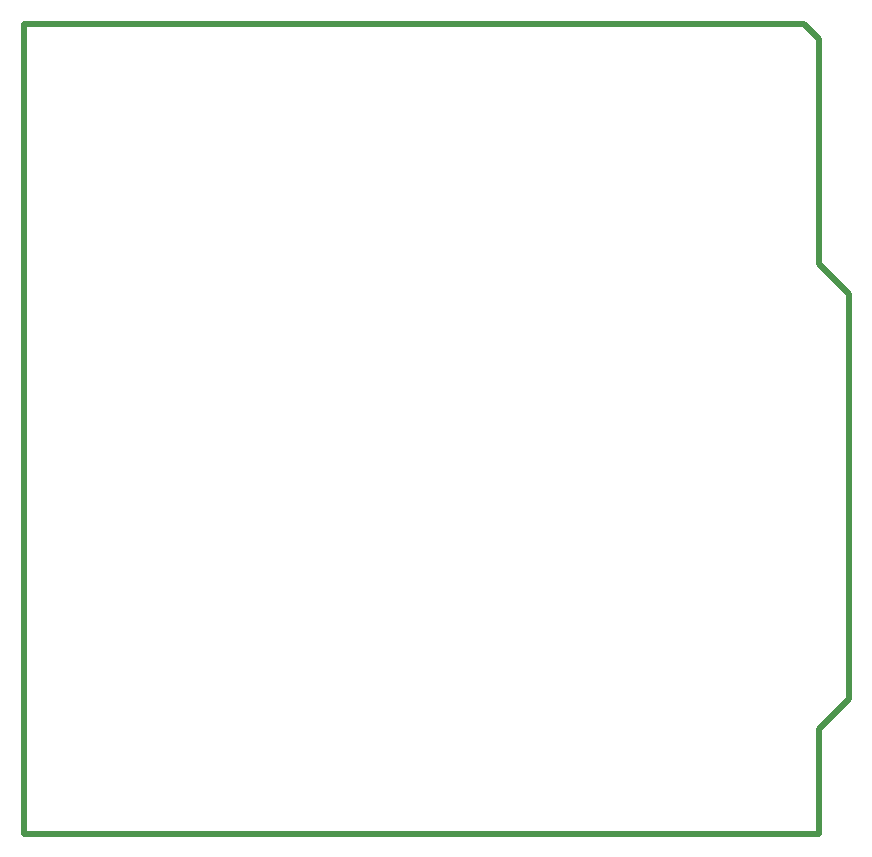
<source format=gko>
G04*
G04 #@! TF.GenerationSoftware,Altium Limited,Altium Designer,22.1.2 (22)*
G04*
G04 Layer_Color=16711935*
%FSLAX25Y25*%
%MOIN*%
G70*
G04*
G04 #@! TF.SameCoordinates,AD3CF4ED-2F77-40B5-8B07-5FF5FC0119D8*
G04*
G04*
G04 #@! TF.FilePolarity,Positive*
G04*
G01*
G75*
%ADD58C,0.02000*%
D58*
X0Y0D02*
X265000D01*
X0D02*
Y270000D01*
X265000Y0D02*
Y35000D01*
X275000Y45000D01*
Y180000D01*
X265000Y190000D02*
X275000Y180000D01*
X265000Y190000D02*
Y265000D01*
X260000Y270000D02*
X265000Y265000D01*
X0Y270000D02*
X260000D01*
M02*

</source>
